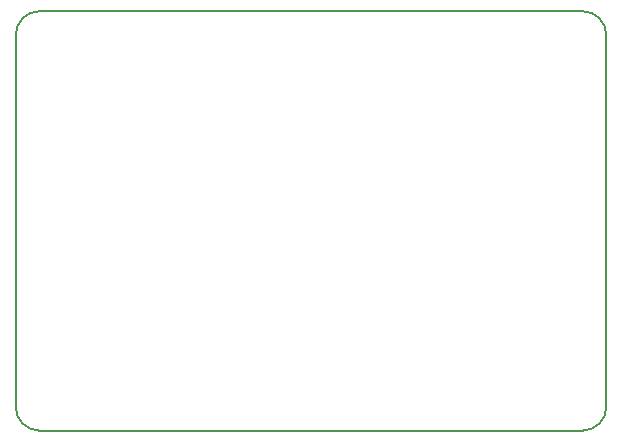
<source format=gm1>
G04 #@! TF.FileFunction,Profile,NP*
%FSLAX46Y46*%
G04 Gerber Fmt 4.6, Leading zero omitted, Abs format (unit mm)*
G04 Created by KiCad (PCBNEW 4.0.5) date 02/11/17 17:41:13*
%MOMM*%
%LPD*%
G01*
G04 APERTURE LIST*
%ADD10C,0.100000*%
%ADD11C,0.150000*%
G04 APERTURE END LIST*
D10*
D11*
X75753669Y-93000000D02*
X74756657Y-93000000D01*
X74756657Y-93000000D02*
X73451291Y-93000000D01*
X73451291Y-93000000D02*
X69000000Y-93000000D01*
X67000000Y-59500000D02*
X67000000Y-65000000D01*
X117000000Y-65000000D02*
X117000000Y-59500000D01*
X67000000Y-91000000D02*
X67000000Y-65000000D01*
X115000000Y-93000000D02*
X69000000Y-93000000D01*
X69000000Y-57500000D02*
X115000000Y-57500000D01*
X117000000Y-65000000D02*
X117000000Y-91000000D01*
X115000000Y-93000000D02*
G75*
G03X117000000Y-91000000I0J2000000D01*
G01*
X117000000Y-59500000D02*
G75*
G03X115000000Y-57500000I-2000000J0D01*
G01*
X69000000Y-57500000D02*
G75*
G03X67000000Y-59500000I0J-2000000D01*
G01*
X67000000Y-91000000D02*
G75*
G03X69000000Y-93000000I2000000J0D01*
G01*
M02*

</source>
